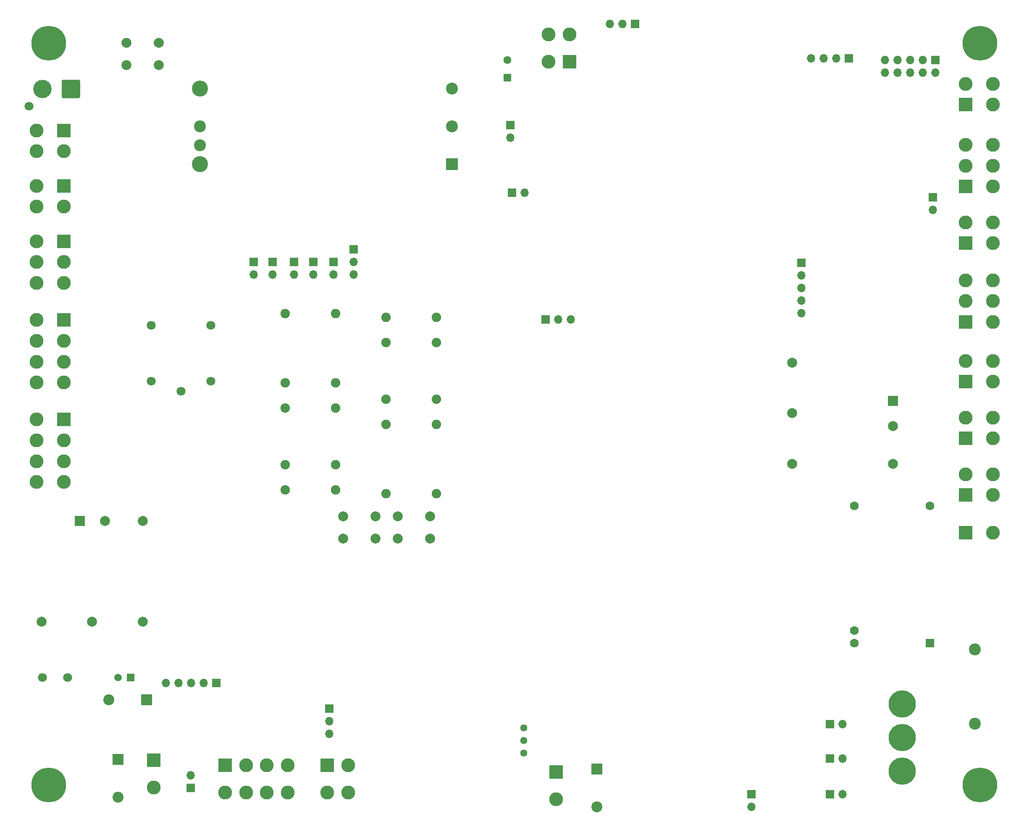
<source format=gbr>
%TF.GenerationSoftware,KiCad,Pcbnew,(5.1.9)-1*%
%TF.CreationDate,2022-03-11T17:21:43-05:00*%
%TF.ProjectId,TSI_Rev.7,5453495f-5265-4762-9e37-2e6b69636164,rev?*%
%TF.SameCoordinates,Original*%
%TF.FileFunction,Soldermask,Bot*%
%TF.FilePolarity,Negative*%
%FSLAX46Y46*%
G04 Gerber Fmt 4.6, Leading zero omitted, Abs format (unit mm)*
G04 Created by KiCad (PCBNEW (5.1.9)-1) date 2022-03-11 17:21:43*
%MOMM*%
%LPD*%
G01*
G04 APERTURE LIST*
%ADD10C,2.400000*%
%ADD11C,3.226000*%
%ADD12R,2.400000X2.400000*%
%ADD13C,2.000000*%
%ADD14R,2.000000X2.000000*%
%ADD15O,1.700000X1.700000*%
%ADD16R,1.700000X1.700000*%
%ADD17C,2.800000*%
%ADD18R,2.800000X2.800000*%
%ADD19C,1.778000*%
%ADD20R,1.778000X1.778000*%
%ADD21R,2.200000X2.200000*%
%ADD22O,2.200000X2.200000*%
%ADD23C,5.500000*%
%ADD24C,1.808000*%
%ADD25C,7.000000*%
%ADD26C,1.905000*%
%ADD27C,1.600000*%
%ADD28R,1.600000X1.600000*%
%ADD29C,1.508000*%
%ADD30R,1.508000X1.508000*%
%ADD31C,1.800000*%
%ADD32C,1.440000*%
%ADD33C,3.700000*%
G04 APERTURE END LIST*
D10*
%TO.C,PS2*%
X189230000Y-69748400D03*
D11*
X138430000Y-69748400D03*
D10*
X189230000Y-77368400D03*
D12*
X189230000Y-84988400D03*
D11*
X138430000Y-84988400D03*
D10*
X138430000Y-77368400D03*
X138430000Y-81178400D03*
%TD*%
D13*
%TO.C,PS1*%
X126888000Y-157007000D03*
X126888000Y-177307000D03*
X116688000Y-177307000D03*
X106488000Y-177307000D03*
X119288000Y-157007000D03*
D14*
X114188000Y-157007000D03*
%TD*%
D15*
%TO.C,JP12*%
X157353000Y-107315000D03*
D16*
X157353000Y-104775000D03*
%TD*%
D17*
%TO.C,J20*%
X298235000Y-108440000D03*
X298235000Y-112640000D03*
X298235000Y-116840000D03*
X292735000Y-108440000D03*
X292735000Y-112640000D03*
D18*
X292735000Y-116840000D03*
%TD*%
D14*
%TO.C,U38*%
X278120000Y-132755000D03*
D13*
X278120000Y-137855000D03*
X257820000Y-125055000D03*
X257820000Y-135255000D03*
X257820000Y-145455000D03*
X278120000Y-145455000D03*
%TD*%
D18*
%TO.C,J11*%
X292735000Y-140335000D03*
D17*
X292735000Y-136135000D03*
X298235000Y-140335000D03*
X298235000Y-136135000D03*
%TD*%
D16*
%TO.C,JP3*%
X286156400Y-91744800D03*
D15*
X286156400Y-94284800D03*
%TD*%
D19*
%TO.C,U1*%
X285598000Y-153949000D03*
X270358000Y-153949000D03*
X270358000Y-179095000D03*
X270358000Y-181635000D03*
D20*
X285598000Y-181635000D03*
%TD*%
D10*
%TO.C,C14*%
X294640000Y-182880000D03*
X294640000Y-197880000D03*
%TD*%
D21*
%TO.C,D8*%
X127635000Y-193040000D03*
D22*
X120015000Y-193040000D03*
%TD*%
D21*
%TO.C,D12*%
X218440000Y-207010000D03*
D22*
X218440000Y-214630000D03*
%TD*%
%TO.C,D13*%
X121920000Y-212725000D03*
D21*
X121920000Y-205105000D03*
%TD*%
D23*
%TO.C,J1*%
X280010000Y-207430000D03*
X280010000Y-200660000D03*
X280010000Y-193890000D03*
%TD*%
D17*
%TO.C,J7*%
X105447000Y-149125000D03*
X105447000Y-144925000D03*
X105447000Y-140725000D03*
X105447000Y-136525000D03*
X110947000Y-149125000D03*
X110947000Y-144925000D03*
X110947000Y-140725000D03*
D18*
X110947000Y-136525000D03*
%TD*%
D17*
%TO.C,J9*%
X298235000Y-96765000D03*
X298235000Y-100965000D03*
X292735000Y-96765000D03*
D18*
X292735000Y-100965000D03*
%TD*%
%TO.C,J12*%
X110947000Y-116459000D03*
D17*
X110947000Y-120659000D03*
X110947000Y-124859000D03*
X110947000Y-129059000D03*
X105447000Y-116459000D03*
X105447000Y-120659000D03*
X105447000Y-124859000D03*
X105447000Y-129059000D03*
%TD*%
%TO.C,J13*%
X298235000Y-68825000D03*
X298235000Y-73025000D03*
X292735000Y-68825000D03*
D18*
X292735000Y-73025000D03*
%TD*%
%TO.C,J14*%
X292735000Y-128905000D03*
D17*
X292735000Y-124705000D03*
X298235000Y-128905000D03*
X298235000Y-124705000D03*
%TD*%
D18*
%TO.C,J16*%
X292735000Y-159385000D03*
D17*
X298235000Y-159385000D03*
%TD*%
D18*
%TO.C,J17*%
X110947000Y-100584000D03*
D17*
X110947000Y-104784000D03*
X110947000Y-108984000D03*
X105447000Y-100584000D03*
X105447000Y-104784000D03*
X105447000Y-108984000D03*
%TD*%
%TO.C,J18*%
X105447000Y-93608000D03*
X105447000Y-89408000D03*
X110947000Y-93608000D03*
D18*
X110947000Y-89408000D03*
%TD*%
%TO.C,J19*%
X110947000Y-78232000D03*
D17*
X110947000Y-82432000D03*
X105447000Y-78232000D03*
X105447000Y-82432000D03*
%TD*%
D18*
%TO.C,J5*%
X210185000Y-207645000D03*
D17*
X210185000Y-213145000D03*
%TD*%
D15*
%TO.C,JP4*%
X249555000Y-214630000D03*
D16*
X249555000Y-212090000D03*
%TD*%
%TO.C,JP5*%
X136525000Y-210820000D03*
D15*
X136525000Y-208280000D03*
%TD*%
D24*
%TO.C,K2*%
X134620000Y-130799998D03*
X140619999Y-128799996D03*
X140619999Y-117500001D03*
X128620001Y-117500001D03*
X128620001Y-128799996D03*
%TD*%
D25*
%TO.C,U14*%
X107915000Y-210207000D03*
%TD*%
%TO.C,U15*%
X107915000Y-60607000D03*
%TD*%
%TO.C,U17*%
X295615000Y-60607000D03*
%TD*%
%TO.C,U2*%
X295615000Y-210207000D03*
%TD*%
D26*
%TO.C,K3*%
X165735000Y-115176300D03*
X165735000Y-129146300D03*
X165735000Y-134239000D03*
X165735000Y-145669000D03*
X165735000Y-150749000D03*
X155575000Y-150749000D03*
X155575000Y-145669000D03*
X155575000Y-134239000D03*
X155575000Y-129146300D03*
X155575000Y-115176300D03*
%TD*%
%TO.C,K4*%
X186055000Y-151523700D03*
X186055000Y-137553700D03*
X186055000Y-132461000D03*
X186055000Y-121031000D03*
X186055000Y-115951000D03*
X175895000Y-115951000D03*
X175895000Y-121031000D03*
X175895000Y-132461000D03*
X175895000Y-137553700D03*
X175895000Y-151523700D03*
%TD*%
D17*
%TO.C,J8*%
X298235000Y-81135000D03*
X298235000Y-85335000D03*
X298235000Y-89535000D03*
X292735000Y-81135000D03*
X292735000Y-85335000D03*
D18*
X292735000Y-89535000D03*
%TD*%
D17*
%TO.C,J2*%
X156110000Y-211799000D03*
X151910000Y-211799000D03*
X147710000Y-211799000D03*
X143510000Y-211799000D03*
X156110000Y-206299000D03*
X151910000Y-206299000D03*
X147710000Y-206299000D03*
D18*
X143510000Y-206299000D03*
%TD*%
D17*
%TO.C,J4*%
X129134000Y-210757000D03*
D18*
X129134000Y-205257000D03*
%TD*%
%TO.C,J21*%
X292735000Y-151765000D03*
D17*
X292735000Y-147565000D03*
X298235000Y-151765000D03*
X298235000Y-147565000D03*
%TD*%
D27*
%TO.C,C13*%
X200406000Y-64064000D03*
D28*
X200406000Y-67564000D03*
%TD*%
D29*
%TO.C,K1*%
X121920000Y-188595000D03*
D30*
X124460000Y-188595000D03*
D31*
X106680000Y-188595000D03*
X111760000Y-188595000D03*
%TD*%
D16*
%TO.C,JP6*%
X265430000Y-212090000D03*
D15*
X267970000Y-212090000D03*
%TD*%
%TO.C,JP7*%
X267970000Y-204927200D03*
D16*
X265430000Y-204927200D03*
%TD*%
D15*
%TO.C,JP8*%
X267970000Y-197967600D03*
D16*
X265430000Y-197967600D03*
%TD*%
D15*
%TO.C,JP11*%
X153035000Y-107315000D03*
D16*
X153035000Y-104775000D03*
%TD*%
D32*
%TO.C,RV1*%
X203708000Y-198755000D03*
X203708000Y-201295000D03*
X203708000Y-203835000D03*
%TD*%
D15*
%TO.C,JP10*%
X149225000Y-107315000D03*
D16*
X149225000Y-104775000D03*
%TD*%
D15*
%TO.C,JP13*%
X161290000Y-107315000D03*
D16*
X161290000Y-104775000D03*
%TD*%
D15*
%TO.C,JP15*%
X169418000Y-107315000D03*
X169418000Y-104775000D03*
D16*
X169418000Y-102235000D03*
%TD*%
D17*
%TO.C,J3*%
X168284000Y-211748000D03*
X164084000Y-211748000D03*
X168284000Y-206248000D03*
D18*
X164084000Y-206248000D03*
%TD*%
D13*
%TO.C,SW2*%
X173759000Y-156083000D03*
X173759000Y-160583000D03*
X167259000Y-156083000D03*
X167259000Y-160583000D03*
%TD*%
%TO.C,SW3*%
X178308000Y-160583000D03*
X178308000Y-156083000D03*
X184808000Y-160583000D03*
X184808000Y-156083000D03*
%TD*%
%TO.C,SW4*%
X123571000Y-65079000D03*
X123571000Y-60579000D03*
X130071000Y-65079000D03*
X130071000Y-60579000D03*
%TD*%
D16*
%TO.C,JP14*%
X165354000Y-104775000D03*
D15*
X165354000Y-107315000D03*
%TD*%
D16*
%TO.C,JP2*%
X164465000Y-194818000D03*
D15*
X164465000Y-197358000D03*
X164465000Y-199898000D03*
%TD*%
D31*
%TO.C,J10*%
X103925000Y-73330000D03*
D33*
X106695000Y-69850000D03*
G36*
G01*
X110795000Y-68000000D02*
X113995000Y-68000000D01*
G75*
G02*
X114245000Y-68250000I0J-250000D01*
G01*
X114245000Y-71450000D01*
G75*
G02*
X113995000Y-71700000I-250000J0D01*
G01*
X110795000Y-71700000D01*
G75*
G02*
X110545000Y-71450000I0J250000D01*
G01*
X110545000Y-68250000D01*
G75*
G02*
X110795000Y-68000000I250000J0D01*
G01*
G37*
%TD*%
D17*
%TO.C,J25*%
X208702800Y-58877200D03*
X212902800Y-58877200D03*
X208702800Y-64377200D03*
D18*
X212902800Y-64377200D03*
%TD*%
D16*
%TO.C,J15*%
X286664400Y-64008000D03*
D15*
X286664400Y-66548000D03*
X284124400Y-64008000D03*
X284124400Y-66548000D03*
X281584400Y-64008000D03*
X281584400Y-66548000D03*
X279044400Y-64008000D03*
X279044400Y-66548000D03*
X276504400Y-64008000D03*
X276504400Y-66548000D03*
%TD*%
D16*
%TO.C,J22*%
X269240000Y-63703200D03*
D15*
X266700000Y-63703200D03*
X264160000Y-63703200D03*
X261620000Y-63703200D03*
%TD*%
%TO.C,J23*%
X259689600Y-115062000D03*
X259689600Y-112522000D03*
X259689600Y-109982000D03*
X259689600Y-107442000D03*
D16*
X259689600Y-104902000D03*
%TD*%
%TO.C,J24*%
X226110800Y-56743600D03*
D15*
X223570800Y-56743600D03*
X221030800Y-56743600D03*
%TD*%
D16*
%TO.C,J29*%
X141681200Y-189636400D03*
D15*
X139141200Y-189636400D03*
X136601200Y-189636400D03*
X134061200Y-189636400D03*
X131521200Y-189636400D03*
%TD*%
D16*
%TO.C,JP9*%
X201295000Y-90805000D03*
D15*
X203835000Y-90805000D03*
%TD*%
D16*
%TO.C,J27*%
X200964800Y-77139800D03*
D15*
X200964800Y-79679800D03*
%TD*%
D16*
%TO.C,J28*%
X208127600Y-116332000D03*
D15*
X210667600Y-116332000D03*
X213207600Y-116332000D03*
%TD*%
M02*

</source>
